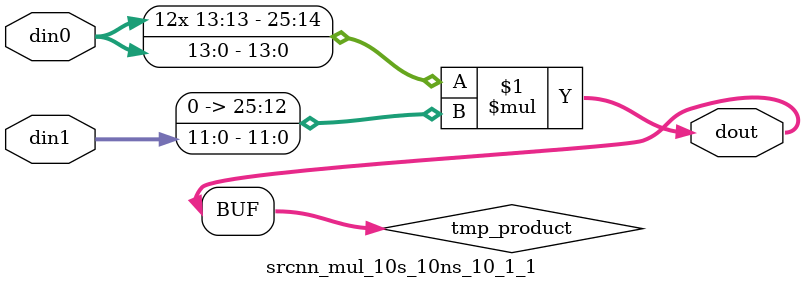
<source format=v>

`timescale 1 ns / 1 ps

  module srcnn_mul_10s_10ns_10_1_1(din0, din1, dout);
parameter ID = 1;
parameter NUM_STAGE = 0;
parameter din0_WIDTH = 14;
parameter din1_WIDTH = 12;
parameter dout_WIDTH = 26;

input [din0_WIDTH - 1 : 0] din0; 
input [din1_WIDTH - 1 : 0] din1; 
output [dout_WIDTH - 1 : 0] dout;

wire signed [dout_WIDTH - 1 : 0] tmp_product;












assign tmp_product = $signed(din0) * $signed({1'b0, din1});









assign dout = tmp_product;







endmodule

</source>
